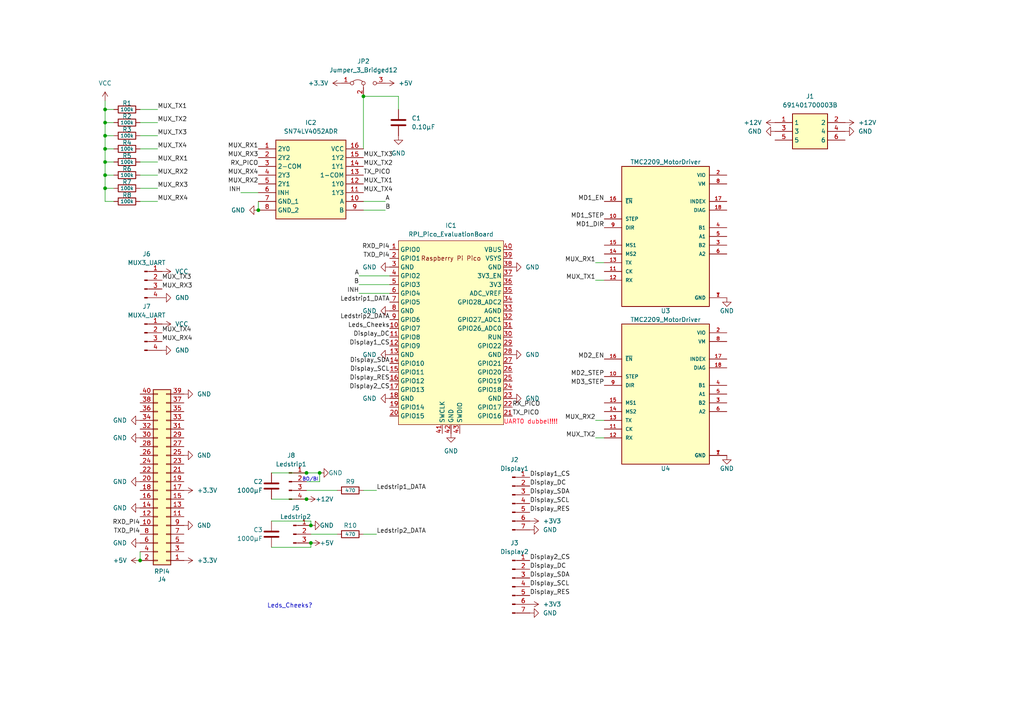
<source format=kicad_sch>
(kicad_sch (version 20230121) (generator eeschema)
  (paper "A4")
  (lib_symbols
    (symbol "Connector:Conn_01x03_Pin" (pin_names (offset 1.016) hide)
      (property "Reference" "J" (at 0 5.08 0))
      (property "Value" "Conn_01x03_Pin" (at 0 -5.08 0))
      (symbol "Conn_01x03_Pin_1_1"
        (polyline (pts (xy 1.27 -2.54) (xy 0.8636 -2.54)) (stroke (width 0.1524)))
        (polyline (pts (xy 1.27 0) (xy 0.8636 0)) (stroke (width 0.1524)))
        (polyline (pts (xy 1.27 2.54) (xy 0.8636 2.54)) (stroke (width 0.1524)))
        (rectangle (start 0.8636 -2.413) (end 0 -2.667) (stroke (width 0.1524)) (fill (type outline)))
        (rectangle (start 0.8636 0.127) (end 0 -0.127) (stroke (width 0.1524)) (fill (type outline)))
        (rectangle (start 0.8636 2.667) (end 0 2.413) (stroke (width 0.1524)) (fill (type outline)))
        (pin passive line (at 5.08 2.54 180) (length 3.81) (name "Pin_1") (number "1"))
        (pin passive line (at 5.08 0 180) (length 3.81) (name "Pin_2") (number "2"))
        (pin passive line (at 5.08 -2.54 180) (length 3.81) (name "Pin_3") (number "3"))
      )
    )
    (symbol "Connector:Conn_01x04_Pin" (pin_names (offset 1.016) hide)
      (property "Reference" "J" (at 0 5.08 0))
      (property "Value" "Conn_01x04_Pin" (at 0 -7.62 0))
      (symbol "Conn_01x04_Pin_1_1"
        (polyline (pts (xy 1.27 -5.08) (xy 0.8636 -5.08)) (stroke (width 0.1524)))
        (polyline (pts (xy 1.27 -2.54) (xy 0.8636 -2.54)) (stroke (width 0.1524)))
        (polyline (pts (xy 1.27 0) (xy 0.8636 0)) (stroke (width 0.1524)))
        (polyline (pts (xy 1.27 2.54) (xy 0.8636 2.54)) (stroke (width 0.1524)))
        (rectangle (start 0.8636 -4.953) (end 0 -5.207) (stroke (width 0.1524)) (fill (type outline)))
        (rectangle (start 0.8636 -2.413) (end 0 -2.667) (stroke (width 0.1524)) (fill (type outline)))
        (rectangle (start 0.8636 0.127) (end 0 -0.127) (stroke (width 0.1524)) (fill (type outline)))
        (rectangle (start 0.8636 2.667) (end 0 2.413) (stroke (width 0.1524)) (fill (type outline)))
        (pin passive line (at 5.08 2.54 180) (length 3.81) (name "Pin_1") (number "1"))
        (pin passive line (at 5.08 0 180) (length 3.81) (name "Pin_2") (number "2"))
        (pin passive line (at 5.08 -2.54 180) (length 3.81) (name "Pin_3") (number "3"))
        (pin passive line (at 5.08 -5.08 180) (length 3.81) (name "Pin_4") (number "4"))
      )
    )
    (symbol "Connector:Conn_01x07_Pin" (pin_names (offset 1.016) hide)
      (property "Reference" "J" (at 0 10.16 0))
      (property "Value" "Conn_01x07_Pin" (at 0 -10.16 0))
      (symbol "Conn_01x07_Pin_1_1"
        (polyline (pts (xy 1.27 -7.62) (xy 0.8636 -7.62)) (stroke (width 0.1524)))
        (polyline (pts (xy 1.27 -5.08) (xy 0.8636 -5.08)) (stroke (width 0.1524)))
        (polyline (pts (xy 1.27 -2.54) (xy 0.8636 -2.54)) (stroke (width 0.1524)))
        (polyline (pts (xy 1.27 0) (xy 0.8636 0)) (stroke (width 0.1524)))
        (polyline (pts (xy 1.27 2.54) (xy 0.8636 2.54)) (stroke (width 0.1524)))
        (polyline (pts (xy 1.27 5.08) (xy 0.8636 5.08)) (stroke (width 0.1524)))
        (polyline (pts (xy 1.27 7.62) (xy 0.8636 7.62)) (stroke (width 0.1524)))
        (rectangle (start 0.8636 -7.493) (end 0 -7.747) (stroke (width 0.1524)) (fill (type outline)))
        (rectangle (start 0.8636 -4.953) (end 0 -5.207) (stroke (width 0.1524)) (fill (type outline)))
        (rectangle (start 0.8636 -2.413) (end 0 -2.667) (stroke (width 0.1524)) (fill (type outline)))
        (rectangle (start 0.8636 0.127) (end 0 -0.127) (stroke (width 0.1524)) (fill (type outline)))
        (rectangle (start 0.8636 2.667) (end 0 2.413) (stroke (width 0.1524)) (fill (type outline)))
        (rectangle (start 0.8636 5.207) (end 0 4.953) (stroke (width 0.1524)) (fill (type outline)))
        (rectangle (start 0.8636 7.747) (end 0 7.493) (stroke (width 0.1524)) (fill (type outline)))
        (pin passive line (at 5.08 7.62 180) (length 3.81) (name "Pin_1") (number "1"))
        (pin passive line (at 5.08 5.08 180) (length 3.81) (name "Pin_2") (number "2"))
        (pin passive line (at 5.08 2.54 180) (length 3.81) (name "Pin_3") (number "3"))
        (pin passive line (at 5.08 0 180) (length 3.81) (name "Pin_4") (number "4"))
        (pin passive line (at 5.08 -2.54 180) (length 3.81) (name "Pin_5") (number "5"))
        (pin passive line (at 5.08 -5.08 180) (length 3.81) (name "Pin_6") (number "6"))
        (pin passive line (at 5.08 -7.62 180) (length 3.81) (name "Pin_7") (number "7"))
      )
    )
    (symbol "Connector_Generic:Conn_02x20_Odd_Even" (pin_names (offset 1.016) hide)
      (property "Reference" "J" (at 1.27 25.4 0))
      (property "Value" "Conn_02x20_Odd_Even" (at 1.27 -27.94 0))
      (symbol "Conn_02x20_Odd_Even_1_1"
        (rectangle (start -1.27 -25.273) (end 0 -25.527) (stroke (width 0.1524)))
        (rectangle (start -1.27 -22.733) (end 0 -22.987) (stroke (width 0.1524)))
        (rectangle (start -1.27 -20.193) (end 0 -20.447) (stroke (width 0.1524)))
        (rectangle (start -1.27 -17.653) (end 0 -17.907) (stroke (width 0.1524)))
        (rectangle (start -1.27 -15.113) (end 0 -15.367) (stroke (width 0.1524)))
        (rectangle (start -1.27 -12.573) (end 0 -12.827) (stroke (width 0.1524)))
        (rectangle (start -1.27 -10.033) (end 0 -10.287) (stroke (width 0.1524)))
        (rectangle (start -1.27 -7.493) (end 0 -7.747) (stroke (width 0.1524)))
        (rectangle (start -1.27 -4.953) (end 0 -5.207) (stroke (width 0.1524)))
        (rectangle (start -1.27 -2.413) (end 0 -2.667) (stroke (width 0.1524)))
        (rectangle (start -1.27 0.127) (end 0 -0.127) (stroke (width 0.1524)))
        (rectangle (start -1.27 2.667) (end 0 2.413) (stroke (width 0.1524)))
        (rectangle (start -1.27 5.207) (end 0 4.953) (stroke (width 0.1524)))
        (rectangle (start -1.27 7.747) (end 0 7.493) (stroke (width 0.1524)))
        (rectangle (start -1.27 10.287) (end 0 10.033) (stroke (width 0.1524)))
        (rectangle (start -1.27 12.827) (end 0 12.573) (stroke (width 0.1524)))
        (rectangle (start -1.27 15.367) (end 0 15.113) (stroke (width 0.1524)))
        (rectangle (start -1.27 17.907) (end 0 17.653) (stroke (width 0.1524)))
        (rectangle (start -1.27 20.447) (end 0 20.193) (stroke (width 0.1524)))
        (rectangle (start -1.27 22.987) (end 0 22.733) (stroke (width 0.1524)))
        (rectangle (start -1.27 24.13) (end 3.81 -26.67) (stroke (width 0.254)) (fill (type background)))
        (rectangle (start 3.81 -25.273) (end 2.54 -25.527) (stroke (width 0.1524)))
        (rectangle (start 3.81 -22.733) (end 2.54 -22.987) (stroke (width 0.1524)))
        (rectangle (start 3.81 -20.193) (end 2.54 -20.447) (stroke (width 0.1524)))
        (rectangle (start 3.81 -17.653) (end 2.54 -17.907) (stroke (width 0.1524)))
        (rectangle (start 3.81 -15.113) (end 2.54 -15.367) (stroke (width 0.1524)))
        (rectangle (start 3.81 -12.573) (end 2.54 -12.827) (stroke (width 0.1524)))
        (rectangle (start 3.81 -10.033) (end 2.54 -10.287) (stroke (width 0.1524)))
        (rectangle (start 3.81 -7.493) (end 2.54 -7.747) (stroke (width 0.1524)))
        (rectangle (start 3.81 -4.953) (end 2.54 -5.207) (stroke (width 0.1524)))
        (rectangle (start 3.81 -2.413) (end 2.54 -2.667) (stroke (width 0.1524)))
        (rectangle (start 3.81 0.127) (end 2.54 -0.127) (stroke (width 0.1524)))
        (rectangle (start 3.81 2.667) (end 2.54 2.413) (stroke (width 0.1524)))
        (rectangle (start 3.81 5.207) (end 2.54 4.953) (stroke (width 0.1524)))
        (rectangle (start 3.81 7.747) (end 2.54 7.493) (stroke (width 0.1524)))
        (rectangle (start 3.81 10.287) (end 2.54 10.033) (stroke (width 0.1524)))
        (rectangle (start 3.81 12.827) (end 2.54 12.573) (stroke (width 0.1524)))
        (rectangle (start 3.81 15.367) (end 2.54 15.113) (stroke (width 0.1524)))
        (rectangle (start 3.81 17.907) (end 2.54 17.653) (stroke (width 0.1524)))
        (rectangle (start 3.81 20.447) (end 2.54 20.193) (stroke (width 0.1524)))
        (rectangle (start 3.81 22.987) (end 2.54 22.733) (stroke (width 0.1524)))
        (pin passive line (at -5.08 22.86 0) (length 3.81) (name "Pin_1") (number "1"))
        (pin passive line (at 7.62 12.7 180) (length 3.81) (name "Pin_10") (number "10"))
        (pin passive line (at -5.08 10.16 0) (length 3.81) (name "Pin_11") (number "11"))
        (pin passive line (at 7.62 10.16 180) (length 3.81) (name "Pin_12") (number "12"))
        (pin passive line (at -5.08 7.62 0) (length 3.81) (name "Pin_13") (number "13"))
        (pin passive line (at 7.62 7.62 180) (length 3.81) (name "Pin_14") (number "14"))
        (pin passive line (at -5.08 5.08 0) (length 3.81) (name "Pin_15") (number "15"))
        (pin passive line (at 7.62 5.08 180) (length 3.81) (name "Pin_16") (number "16"))
        (pin passive line (at -5.08 2.54 0) (length 3.81) (name "Pin_17") (number "17"))
        (pin passive line (at 7.62 2.54 180) (length 3.81) (name "Pin_18") (number "18"))
        (pin passive line (at -5.08 0 0) (length 3.81) (name "Pin_19") (number "19"))
        (pin passive line (at 7.62 22.86 180) (length 3.81) (name "Pin_2") (number "2"))
        (pin passive line (at 7.62 0 180) (length 3.81) (name "Pin_20") (number "20"))
        (pin passive line (at -5.08 -2.54 0) (length 3.81) (name "Pin_21") (number "21"))
        (pin passive line (at 7.62 -2.54 180) (length 3.81) (name "Pin_22") (number "22"))
        (pin passive line (at -5.08 -5.08 0) (length 3.81) (name "Pin_23") (number "23"))
        (pin passive line (at 7.62 -5.08 180) (length 3.81) (name "Pin_24") (number "24"))
        (pin passive line (at -5.08 -7.62 0) (length 3.81) (name "Pin_25") (number "25"))
        (pin passive line (at 7.62 -7.62 180) (length 3.81) (name "Pin_26") (number "26"))
        (pin passive line (at -5.08 -10.16 0) (length 3.81) (name "Pin_27") (number "27"))
        (pin passive line (at 7.62 -10.16 180) (length 3.81) (name "Pin_28") (number "28"))
        (pin passive line (at -5.08 -12.7 0) (length 3.81) (name "Pin_29") (number "29"))
        (pin passive line (at -5.08 20.32 0) (length 3.81) (name "Pin_3") (number "3"))
        (pin passive line (at 7.62 -12.7 180) (length 3.81) (name "Pin_30") (number "30"))
        (pin passive line (at -5.08 -15.24 0) (length 3.81) (name "Pin_31") (number "31"))
        (pin passive line (at 7.62 -15.24 180) (length 3.81) (name "Pin_32") (number "32"))
        (pin passive line (at -5.08 -17.78 0) (length 3.81) (name "Pin_33") (number "33"))
        (pin passive line (at 7.62 -17.78 180) (length 3.81) (name "Pin_34") (number "34"))
        (pin passive line (at -5.08 -20.32 0) (length 3.81) (name "Pin_35") (number "35"))
        (pin passive line (at 7.62 -20.32 180) (length 3.81) (name "Pin_36") (number "36"))
        (pin passive line (at -5.08 -22.86 0) (length 3.81) (name "Pin_37") (number "37"))
        (pin passive line (at 7.62 -22.86 180) (length 3.81) (name "Pin_38") (number "38"))
        (pin passive line (at -5.08 -25.4 0) (length 3.81) (name "Pin_39") (number "39"))
        (pin passive line (at 7.62 20.32 180) (length 3.81) (name "Pin_4") (number "4"))
        (pin passive line (at 7.62 -25.4 180) (length 3.81) (name "Pin_40") (number "40"))
        (pin passive line (at -5.08 17.78 0) (length 3.81) (name "Pin_5") (number "5"))
        (pin passive line (at 7.62 17.78 180) (length 3.81) (name "Pin_6") (number "6"))
        (pin passive line (at -5.08 15.24 0) (length 3.81) (name "Pin_7") (number "7"))
        (pin passive line (at 7.62 15.24 180) (length 3.81) (name "Pin_8") (number "8"))
        (pin passive line (at -5.08 12.7 0) (length 3.81) (name "Pin_9") (number "9"))
      )
    )
    (symbol "Device:C" (pin_numbers hide) (pin_names (offset 0.254))
      (property "Reference" "C" (at 0.635 2.54 0))
      (property "Value" "C" (at 0.635 -2.54 0))
      (symbol "C_0_1"
        (polyline (pts (xy -2.032 -0.762) (xy 2.032 -0.762)) (stroke (width 0.508)))
        (polyline (pts (xy -2.032 0.762) (xy 2.032 0.762)) (stroke (width 0.508)))
      )
      (symbol "C_1_1"
        (pin passive line (at 0 3.81 270) (length 2.794) (name "~") (number "1"))
        (pin passive line (at 0 -3.81 90) (length 2.794) (name "~") (number "2"))
      )
    )
    (symbol "Device:R" (pin_numbers hide) (pin_names (offset 0))
      (property "Reference" "R" (at 2.032 0 90))
      (property "Value" "R" (at 0 0 90))
      (symbol "R_0_1"
        (rectangle (start -1.016 -2.54) (end 1.016 2.54) (stroke (width 0.254)))
      )
      (symbol "R_1_1"
        (pin passive line (at 0 3.81 270) (length 1.27) (name "~") (number "1"))
        (pin passive line (at 0 -3.81 90) (length 1.27) (name "~") (number "2"))
      )
    )
    (symbol "Healthbot-Symbols:RPI_Pico_EvaluationBoard"
      (property "Reference" "IC" (at -13.97 27.94 0))
      (property "Value" "RPI_Pico_EvaluationBoard" (at 0 19.05 0))
      (symbol "RPI_Pico_EvaluationBoard_0_0"
        (text "Raspberry Pi Pico" (at 0 21.59 0) (effects (font (size 1.27 1.27))))
      )
      (symbol "RPI_Pico_EvaluationBoard_0_1"
        (rectangle (start -15.24 26.67) (end 15.24 -26.67) (fill (type background)))
      )
      (symbol "RPI_Pico_EvaluationBoard_1_1"
        (pin bidirectional line (at -17.78 24.13 0) (length 2.54) (name "GPIO0") (number "1"))
        (pin bidirectional line (at -17.78 1.27 0) (length 2.54) (name "GPIO7") (number "10"))
        (pin bidirectional line (at -17.78 -1.27 0) (length 2.54) (name "GPIO8") (number "11"))
        (pin bidirectional line (at -17.78 -3.81 0) (length 2.54) (name "GPIO9") (number "12"))
        (pin power_in line (at -17.78 -6.35 0) (length 2.54) (name "GND") (number "13"))
        (pin bidirectional line (at -17.78 -8.89 0) (length 2.54) (name "GPIO10") (number "14"))
        (pin bidirectional line (at -17.78 -11.43 0) (length 2.54) (name "GPIO11") (number "15"))
        (pin bidirectional line (at -17.78 -13.97 0) (length 2.54) (name "GPIO12") (number "16"))
        (pin bidirectional line (at -17.78 -16.51 0) (length 2.54) (name "GPIO13") (number "17"))
        (pin power_in line (at -17.78 -19.05 0) (length 2.54) (name "GND") (number "18"))
        (pin bidirectional line (at -17.78 -21.59 0) (length 2.54) (name "GPIO14") (number "19"))
        (pin bidirectional line (at -17.78 21.59 0) (length 2.54) (name "GPIO1") (number "2"))
        (pin bidirectional line (at -17.78 -24.13 0) (length 2.54) (name "GPIO15") (number "20"))
        (pin bidirectional line (at 17.78 -24.13 180) (length 2.54) (name "GPIO16") (number "21"))
        (pin bidirectional line (at 17.78 -21.59 180) (length 2.54) (name "GPIO17") (number "22"))
        (pin power_in line (at 17.78 -19.05 180) (length 2.54) (name "GND") (number "23"))
        (pin bidirectional line (at 17.78 -16.51 180) (length 2.54) (name "GPIO18") (number "24"))
        (pin bidirectional line (at 17.78 -13.97 180) (length 2.54) (name "GPIO19") (number "25"))
        (pin bidirectional line (at 17.78 -11.43 180) (length 2.54) (name "GPIO20") (number "26"))
        (pin bidirectional line (at 17.78 -8.89 180) (length 2.54) (name "GPIO21") (number "27"))
        (pin power_in line (at 17.78 -6.35 180) (length 2.54) (name "GND") (number "28"))
        (pin bidirectional line (at 17.78 -3.81 180) (length 2.54) (name "GPIO22") (number "29"))
        (pin power_in line (at -17.78 19.05 0) (length 2.54) (name "GND") (number "3"))
        (pin input line (at 17.78 -1.27 180) (length 2.54) (name "RUN") (number "30"))
        (pin bidirectional line (at 17.78 1.27 180) (length 2.54) (name "GPIO26_ADC0") (number "31"))
        (pin bidirectional line (at 17.78 3.81 180) (length 2.54) (name "GPIO27_ADC1") (number "32"))
        (pin power_in line (at 17.78 6.35 180) (length 2.54) (name "AGND") (number "33"))
        (pin bidirectional line (at 17.78 8.89 180) (length 2.54) (name "GPIO28_ADC2") (number "34"))
        (pin power_in line (at 17.78 11.43 180) (length 2.54) (name "ADC_VREF") (number "35"))
        (pin power_in line (at 17.78 13.97 180) (length 2.54) (name "3V3") (number "36"))
        (pin input line (at 17.78 16.51 180) (length 2.54) (name "3V3_EN") (number "37"))
        (pin bidirectional line (at 17.78 19.05 180) (length 2.54) (name "GND") (number "38"))
        (pin power_in line (at 17.78 21.59 180) (length 2.54) (name "VSYS") (number "39"))
        (pin bidirectional line (at -17.78 16.51 0) (length 2.54) (name "GPIO2") (number "4"))
        (pin power_in line (at 17.78 24.13 180) (length 2.54) (name "VBUS") (number "40"))
        (pin input line (at -2.54 -29.21 90) (length 2.54) (name "SWCLK") (number "41"))
        (pin power_in line (at 0 -29.21 90) (length 2.54) (name "GND") (number "42"))
        (pin bidirectional line (at 2.54 -29.21 90) (length 2.54) (name "SWDIO") (number "43"))
        (pin bidirectional line (at -17.78 13.97 0) (length 2.54) (name "GPIO3") (number "5"))
        (pin bidirectional line (at -17.78 11.43 0) (length 2.54) (name "GPIO4") (number "6"))
        (pin bidirectional line (at -17.78 8.89 0) (length 2.54) (name "GPIO5") (number "7"))
        (pin power_in line (at -17.78 6.35 0) (length 2.54) (name "GND") (number "8"))
        (pin bidirectional line (at -17.78 3.81 0) (length 2.54) (name "GPIO6") (number "9"))
      )
    )
    (symbol "Healthbot-Symbols:SN74LV4052ADR"
      (property "Reference" "IC" (at 26.67 7.62 0))
      (property "Value" "SN74LV4052ADR" (at 26.67 5.08 0))
      (symbol "SN74LV4052ADR_1_1"
        (rectangle (start 5.08 2.54) (end 25.4 -20.32) (stroke (width 0.254)) (fill (type background)))
        (pin passive line (at 0 0 0) (length 5.08) (name "2Y0") (number "1"))
        (pin passive line (at 30.48 -15.24 180) (length 5.08) (name "A") (number "10"))
        (pin passive line (at 30.48 -12.7 180) (length 5.08) (name "1Y3") (number "11"))
        (pin passive line (at 30.48 -10.16 180) (length 5.08) (name "1Y0") (number "12"))
        (pin passive line (at 30.48 -7.62 180) (length 5.08) (name "1-COM") (number "13"))
        (pin passive line (at 30.48 -5.08 180) (length 5.08) (name "1Y1") (number "14"))
        (pin passive line (at 30.48 -2.54 180) (length 5.08) (name "1Y2") (number "15"))
        (pin passive line (at 30.48 0 180) (length 5.08) (name "VCC") (number "16"))
        (pin passive line (at 0 -2.54 0) (length 5.08) (name "2Y2") (number "2"))
        (pin passive line (at 0 -5.08 0) (length 5.08) (name "2-COM") (number "3"))
        (pin passive line (at 0 -7.62 0) (length 5.08) (name "2Y3") (number "4"))
        (pin passive line (at 0 -10.16 0) (length 5.08) (name "2Y1") (number "5"))
        (pin passive line (at 0 -12.7 0) (length 5.08) (name "INH") (number "6"))
        (pin passive line (at 0 -15.24 0) (length 5.08) (name "GND_1") (number "7"))
        (pin passive line (at 0 -17.78 0) (length 5.08) (name "GND_2") (number "8"))
        (pin passive line (at 30.48 -17.78 180) (length 5.08) (name "B") (number "9"))
      )
    )
    (symbol "Healthbot-Symbols:Terminal_Block3"
      (property "Reference" "J" (at 16.51 7.62 0))
      (property "Value" "691401700003B" (at 16.51 5.08 0))
      (symbol "Terminal_Block3_1_1"
        (rectangle (start 5.08 2.54) (end 15.24 -7.62) (stroke (width 0.254)) (fill (type background)))
        (pin passive line (at 0 0 0) (length 5.08) (name "1") (number "1"))
        (pin passive line (at 20.32 0 180) (length 5.08) (name "2") (number "2"))
        (pin passive line (at 0 -2.54 0) (length 5.08) (name "3") (number "3"))
        (pin passive line (at 20.32 -2.54 180) (length 5.08) (name "4") (number "4"))
        (pin passive line (at 0 -5.08 0) (length 5.08) (name "5") (number "5"))
        (pin passive line (at 20.32 -5.08 180) (length 5.08) (name "6") (number "6"))
      )
    )
    (symbol "Jumper:Jumper_3_Bridged12" (pin_names (offset 0) hide)
      (property "Reference" "JP" (at -2.54 -2.54 0))
      (property "Value" "Jumper_3_Bridged12" (at 0 2.794 0))
      (symbol "Jumper_3_Bridged12_0_0"
        (circle (center -3.302 0) (radius 0.508))
        (circle (center 0 0) (radius 0.508))
        (circle (center 3.302 0) (radius 0.508))
      )
      (symbol "Jumper_3_Bridged12_0_1"
        (arc (start -0.254 0.508) (mid -1.651 0.9912) (end -3.048 0.508))
        (polyline (pts (xy 0 -1.27) (xy 0 -0.508)))
      )
      (symbol "Jumper_3_Bridged12_1_1"
        (pin passive line (at -6.35 0 0) (length 2.54) (name "A") (number "1"))
        (pin passive line (at 0 -3.81 90) (length 2.54) (name "C") (number "2"))
        (pin passive line (at 6.35 0 180) (length 2.54) (name "B") (number "3"))
      )
    )
    (symbol "power:+12V" (power) (pin_names (offset 0))
      (property "Value" "+12V" (at 0 3.556 0))
      (symbol "+12V_0_1"
        (polyline (pts (xy -0.762 1.27) (xy 0 2.54)))
        (polyline (pts (xy 0 0) (xy 0 2.54)))
        (polyline (pts (xy 0 2.54) (xy 0.762 1.27)))
      )
      (symbol "+12V_1_1"
        (pin power_in line (at 0 0 90) (length 0) hide (name "+12V") (number "1"))
      )
    )
    (symbol "power:+3.3V" (power) (pin_names (offset 0))
      (property "Value" "+3.3V" (at 0 3.556 0))
      (symbol "+3.3V_0_1"
        (polyline (pts (xy -0.762 1.27) (xy 0 2.54)))
        (polyline (pts (xy 0 0) (xy 0 2.54)))
        (polyline (pts (xy 0 2.54) (xy 0.762 1.27)))
      )
      (symbol "+3.3V_1_1"
        (pin power_in line (at 0 0 90) (length 0) hide (name "+3.3V") (number "1"))
      )
    )
    (symbol "power:+3V3" (power) (pin_names (offset 0))
      (property "Value" "+3V3" (at 0 3.556 0))
      (symbol "+3V3_0_1"
        (polyline (pts (xy -0.762 1.27) (xy 0 2.54)))
        (polyline (pts (xy 0 0) (xy 0 2.54)))
        (polyline (pts (xy 0 2.54) (xy 0.762 1.27)))
      )
      (symbol "+3V3_1_1"
        (pin power_in line (at 0 0 90) (length 0) hide (name "+3V3") (number "1"))
      )
    )
    (symbol "power:+5V" (power) (pin_names (offset 0))
      (property "Value" "+5V" (at 0 3.556 0))
      (symbol "+5V_0_1"
        (polyline (pts (xy -0.762 1.27) (xy 0 2.54)))
        (polyline (pts (xy 0 0) (xy 0 2.54)))
        (polyline (pts (xy 0 2.54) (xy 0.762 1.27)))
      )
      (symbol "+5V_1_1"
        (pin power_in line (at 0 0 90) (length 0) hide (name "+5V") (number "1"))
      )
    )
    (symbol "power:GND" (power) (pin_names (offset 0))
      (property "Value" "GND" (at 0 -3.81 0))
      (symbol "GND_0_1"
        (polyline (pts (xy 0 0) (xy 0 -1.27) (xy 1.27 -1.27) (xy 0 -2.54) (xy -1.27 -1.27) (xy 0 -1.27)))
      )
      (symbol "GND_1_1"
        (pin power_in line (at 0 0 270) (length 0) hide (name "GND") (number "1"))
      )
    )
    (symbol "power:VCC" (power) (pin_names (offset 0))
      (property "Value" "VCC" (at 0 3.81 0))
      (symbol "VCC_0_1"
        (polyline (pts (xy -0.762 1.27) (xy 0 2.54)))
        (polyline (pts (xy 0 0) (xy 0 2.54)))
        (polyline (pts (xy 0 2.54) (xy 0.762 1.27)))
      )
      (symbol "VCC_1_1"
        (pin power_in line (at 0 0 90) (length 0) hide (name "VCC") (number "1"))
      )
    )
    (symbol "projectLib:TMC2209_MotorDriver" (pin_names (offset 1.016))
      (property "Reference" "U" (at -12.7 22.86 0))
      (property "Value" "TMC2209_MotorDriver" (at -12.7 -22.86 0))
      (symbol "TMC2209_MotorDriver_0_0"
        (rectangle (start -12.7 20.32) (end 12.7 -20.32) (stroke (width 0.254)) (fill (type background)))
        (pin power_in line (at 17.78 -17.78 180) (length 5.08) (name "GND") (number "1"))
        (pin input line (at -17.78 5.08 0) (length 5.08) (name "STEP") (number "10"))
        (pin bidirectional line (at -17.78 -10.16 0) (length 5.08) (name "CK") (number "11"))
        (pin bidirectional line (at -17.78 -12.7 0) (length 5.08) (name "RX") (number "12"))
        (pin input line (at -17.78 -7.62 0) (length 5.08) (name "TX") (number "13"))
        (pin input line (at -17.78 -5.08 0) (length 5.08) (name "MS2") (number "14"))
        (pin input line (at -17.78 -2.54 0) (length 5.08) (name "MS1") (number "15"))
        (pin input line (at -17.78 10.16 0) (length 5.08) (name "~{EN}") (number "16"))
        (pin output line (at 17.78 10.16 180) (length 5.08) (name "INDEX") (number "17"))
        (pin output line (at 17.78 7.62 180) (length 5.08) (name "DIAG") (number "18"))
        (pin power_in line (at 17.78 17.78 180) (length 5.08) (name "VIO") (number "2"))
        (pin output line (at 17.78 -2.54 180) (length 5.08) (name "B2") (number "3"))
        (pin output line (at 17.78 2.54 180) (length 5.08) (name "B1") (number "4"))
        (pin output line (at 17.78 0 180) (length 5.08) (name "A1") (number "5"))
        (pin output line (at 17.78 -5.08 180) (length 5.08) (name "A2") (number "6"))
        (pin power_in line (at 17.78 -17.78 180) (length 5.08) (name "GND") (number "7"))
        (pin power_in line (at 17.78 15.24 180) (length 5.08) (name "VM") (number "8"))
        (pin input line (at -17.78 2.54 0) (length 5.08) (name "DIR") (number "9"))
      )
    )
  )
  (junction (at 92.71 137.16))
  (junction (at 90.17 157.48))
  (junction (at 30.48 46.99))
  (junction (at 74.93 60.96))
  (junction (at 30.48 43.18))
  (junction (at 88.9 137.16))
  (junction (at 30.48 54.61))
  (junction (at 105.41 27.94))
  (junction (at 30.48 39.37))
  (junction (at 30.48 50.8))
  (junction (at 90.17 152.4))
  (junction (at 40.64 162.56))
  (junction (at 30.48 31.75))
  (junction (at 30.48 35.56))
  (junction (at 88.9 144.78))
  (wire (pts (xy 30.48 43.18) (xy 30.48 46.99)))
  (wire (pts (xy 69.85 55.88) (xy 74.93 55.88)))
  (wire (pts (xy 78.74 144.78) (xy 88.9 144.78)))
  (wire (pts (xy 45.72 58.42) (xy 40.64 58.42)))
  (wire (pts (xy 90.17 158.75) (xy 90.17 157.48)))
  (wire (pts (xy 45.72 43.18) (xy 40.64 43.18)))
  (wire (pts (xy 105.41 27.94) (xy 115.57 27.94)))
  (wire (pts (xy 45.72 35.56) (xy 40.64 35.56)))
  (wire (pts (xy 88.9 137.16) (xy 92.71 137.16)))
  (wire (pts (xy 111.76 60.96) (xy 105.41 60.96)))
  (wire (pts (xy 172.72 81.28) (xy 175.26 81.28)))
  (wire (pts (xy 115.57 27.94) (xy 115.57 31.75)))
  (wire (pts (xy 30.48 54.61) (xy 30.48 58.42)))
  (wire (pts (xy 45.72 31.75) (xy 40.64 31.75)))
  (wire (pts (xy 30.48 46.99) (xy 30.48 50.8)))
  (wire (pts (xy 92.71 139.7) (xy 88.9 139.7)))
  (wire (pts (xy 90.17 154.94) (xy 97.79 154.94)))
  (wire (pts (xy 33.02 43.18) (xy 30.48 43.18)))
  (wire (pts (xy 45.72 39.37) (xy 40.64 39.37)))
  (wire (pts (xy 172.72 121.92) (xy 175.26 121.92)))
  (wire (pts (xy 45.72 54.61) (xy 40.64 54.61)))
  (wire (pts (xy 33.02 35.56) (xy 30.48 35.56)))
  (wire (pts (xy 30.48 35.56) (xy 30.48 39.37)))
  (wire (pts (xy 105.41 154.94) (xy 109.22 154.94)))
  (wire (pts (xy 105.41 142.24) (xy 109.22 142.24)))
  (wire (pts (xy 104.14 82.55) (xy 113.03 82.55)))
  (wire (pts (xy 30.48 31.75) (xy 30.48 35.56)))
  (wire (pts (xy 90.17 151.13) (xy 90.17 152.4)))
  (wire (pts (xy 78.74 137.16) (xy 88.9 137.16)))
  (wire (pts (xy 172.72 76.2) (xy 175.26 76.2)))
  (wire (pts (xy 74.93 58.42) (xy 74.93 60.96)))
  (wire (pts (xy 92.71 139.7) (xy 92.71 137.16)))
  (wire (pts (xy 104.14 80.01) (xy 113.03 80.01)))
  (wire (pts (xy 104.14 85.09) (xy 113.03 85.09)))
  (wire (pts (xy 40.64 162.56) (xy 40.64 160.02)))
  (wire (pts (xy 30.48 29.21) (xy 30.48 31.75)))
  (wire (pts (xy 33.02 46.99) (xy 30.48 46.99)))
  (wire (pts (xy 33.02 54.61) (xy 30.48 54.61)))
  (wire (pts (xy 78.74 158.75) (xy 90.17 158.75)))
  (wire (pts (xy 45.72 46.99) (xy 40.64 46.99)))
  (wire (pts (xy 88.9 142.24) (xy 97.79 142.24)))
  (wire (pts (xy 105.41 27.94) (xy 105.41 43.18)))
  (wire (pts (xy 33.02 39.37) (xy 30.48 39.37)))
  (wire (pts (xy 33.02 50.8) (xy 30.48 50.8)))
  (wire (pts (xy 78.74 151.13) (xy 90.17 151.13)))
  (wire (pts (xy 30.48 50.8) (xy 30.48 54.61)))
  (wire (pts (xy 33.02 31.75) (xy 30.48 31.75)))
  (wire (pts (xy 172.72 127) (xy 175.26 127)))
  (wire (pts (xy 45.72 50.8) (xy 40.64 50.8)))
  (wire (pts (xy 111.76 58.42) (xy 105.41 58.42)))
  (wire (pts (xy 30.48 39.37) (xy 30.48 43.18)))
  (wire (pts (xy 33.02 58.42) (xy 30.48 58.42)))
  (text "UART0 dubbel!!!!" (at 146.05 123.19 0) (effects (font (size 1.27 1.27)) (justify left bottom)))
  (text "BO/BI" (at 87.63 139.7 0) (effects (font (size 1 1)) (justify left bottom)))
  (text "Leds_Cheeks?" (at 77.47 176.53 0) (effects (font (size 1.27 1.27)) (justify left bottom)))
  (label "MUX_TX4" (at 45.72 43.18 0))
  (label "Display_DC" (at 153.67 165.1 0))
  (label "Ledstrip1_DATA" (at 109.22 142.24 0))
  (label "MUX_TX1" (at 105.41 53.34 0))
  (label "MD1_STEP" (at 175.26 63.5 180))
  (label "Display_SDA" (at 113.03 105.41 180))
  (label "Display_SDA" (at 153.67 143.51 0))
  (label "Display1_CS" (at 113.03 100.33 180))
  (label "MD2_STEP" (at 175.26 109.22 180))
  (label "MUX_TX1" (at 45.72 31.75 0))
  (label "Display_DC" (at 113.03 97.79 180))
  (label "TX_PICO" (at 105.41 50.8 0))
  (label "TX_PICO" (at 148.59 120.65 0))
  (label "TXD_PI4" (at 113.03 74.93 180))
  (label "MD1_DIR" (at 175.26 66.04 180))
  (label "RX_PICO" (at 148.59 118.11 0))
  (label "Ledstrip2_DATA" (at 113.03 92.71 180))
  (label "MUX_TX2" (at 105.41 48.26 0))
  (label "MUX_RX3" (at 46.99 83.82 0))
  (label "MUX_TX4" (at 105.41 55.88 0))
  (label "MD3_STEP" (at 175.26 111.76 180))
  (label "Display_SCL" (at 113.03 107.95 180))
  (label "MUX_RX2" (at 172.72 121.92 180))
  (label "MUX_TX2" (at 172.72 127 180))
  (label "Ledstrip2_DATA" (at 109.22 154.94 0))
  (label "MD2_EN" (at 175.26 104.14 180))
  (label "MUX_RX4" (at 46.99 99.06 0))
  (label "MUX_RX3" (at 45.72 54.61 0))
  (label "A" (at 104.14 80.01 180))
  (label "MUX_TX3" (at 105.41 45.72 0))
  (label "Leds_Cheeks" (at 113.03 95.25 180))
  (label "INH" (at 69.85 55.88 180))
  (label "Display_RES" (at 113.03 110.49 180))
  (label "Display_SCL" (at 153.67 170.18 0))
  (label "Display2_CS" (at 113.03 113.03 180))
  (label "INH" (at 104.14 85.09 180))
  (label "Display1_CS" (at 153.67 138.43 0))
  (label "MUX_RX3" (at 74.93 45.72 180))
  (label "B" (at 111.76 60.96 0))
  (label "MUX_RX1" (at 172.72 76.2 180))
  (label "MUX_TX3" (at 45.72 39.37 0))
  (label "MUX_TX3" (at 46.99 81.28 0))
  (label "TXD_PI4" (at 40.64 154.94 180))
  (label "RX_PICO" (at 74.93 48.26 180))
  (label "MUX_RX1" (at 45.72 46.99 0))
  (label "Display2_CS" (at 153.67 162.56 0))
  (label "MUX_RX1" (at 74.93 43.18 180))
  (label "MUX_RX4" (at 45.72 58.42 0))
  (label "RXD_PI4" (at 113.03 72.39 180))
  (label "Display_DC" (at 153.67 140.97 0))
  (label "Ledstrip1_DATA" (at 113.03 87.63 180))
  (label "Display_SDA" (at 153.67 167.64 0))
  (label "A" (at 111.76 58.42 0))
  (label "Display_RES" (at 153.67 148.59 0))
  (label "MD1_EN" (at 175.26 58.42 180))
  (label "MUX_RX2" (at 45.72 50.8 0))
  (label "MUX_RX2" (at 74.93 53.34 180))
  (label "Display_SCL" (at 153.67 146.05 0))
  (label "MUX_TX4" (at 46.99 96.52 0))
  (label "MUX_TX2" (at 45.72 35.56 0))
  (label "MUX_RX4" (at 74.93 50.8 180))
  (label "Display_RES" (at 153.67 172.72 0))
  (label "MUX_TX1" (at 172.72 81.28 180))
  (label "RXD_PI4" (at 40.64 152.4 180))
  (label "B" (at 104.14 82.55 180))
  (symbol (lib_id "power:GND") (at 40.64 121.92 270) (unit 1)
    (property "Reference" "#PWR041" (effects hide))
    (property "Value" "GND" (at 36.83 121.92 90) (effects (justify right)))
  )
  (symbol (lib_id "power:GND") (at 40.64 157.48 270) (unit 1)
    (property "Reference" "#PWR037" (effects hide))
    (property "Value" "GND" (at 36.83 157.48 90) (effects (justify right)))
  )
  (symbol (lib_id "Connector:Conn_01x07_Pin") (at 148.59 146.05 0) (unit 1)
    (property "Reference" "J2" (at 149.225 133.35 0))
    (property "Value" "Display1" (at 149.225 135.89 0))
    (property "Footprint" "Connector_JST:JST_XH_S7B-XH-A_1x07_P2.50mm_Horizontal" (effects hide))
  )
  (symbol (lib_id "Connector:Conn_01x03_Pin") (at 85.09 154.94 0) (unit 1)
    (property "Reference" "J5" (at 85.725 147.32 0))
    (property "Value" "Ledstrip2" (at 85.725 149.86 0))
    (property "Footprint" "Connector_JST:JST_XH_S3B-XH-A_1x03_P2.50mm_Horizontal" (effects hide))
  )
  (symbol (lib_id "power:+3.3V") (at 99.06 24.13 90) (unit 1)
    (property "Reference" "#PWR033" (effects hide))
    (property "Value" "+3.3V" (at 95.25 24.13 90) (effects (justify left)))
  )
  (symbol (lib_id "power:GND") (at 113.03 90.17 270) (unit 1)
    (property "Reference" "#PWR04" (effects hide))
    (property "Value" "GND" (at 109.22 90.17 90) (effects (justify right)))
  )
  (symbol (lib_id "power:GND") (at 40.64 127 270) (unit 1)
    (property "Reference" "#PWR040" (effects hide))
    (property "Value" "GND" (at 36.83 127 90) (effects (justify right)))
  )
  (symbol (lib_id "power:GND") (at 153.67 177.8 90) (unit 1)
    (property "Reference" "#PWR016" (effects hide))
    (property "Value" "GND" (at 157.48 177.8 90) (effects (justify right)))
  )
  (symbol (lib_id "Device:R") (at 36.83 54.61 90) (unit 1)
    (property "Reference" "R7" (at 36.83 52.07 90) (effects (justify bottom)))
    (property "Value" "100k" (at 36.83 54.61 90) (effects (font (size 1 1))))
    (property "Footprint" "Resistor_SMD:R_0603_1608Metric_Pad0.98x0.95mm_HandSolder" (effects hide))
  )
  (symbol (lib_id "power:GND") (at 245.11 38.1 90) (unit 1)
    (property "Reference" "#PWR019" (effects hide))
    (property "Value" "GND" (at 248.92 38.1 90) (effects (justify right)))
  )
  (symbol (lib_id "power:GND") (at 224.79 38.1 270) (unit 1)
    (property "Reference" "#PWR020" (effects hide))
    (property "Value" "GND" (at 220.98 38.1 90) (effects (justify right)))
  )
  (symbol (lib_id "Device:C") (at 78.74 140.97 0) (mirror y) (unit 1)
    (property "Reference" "C2" (at 76.2 139.7 0) (effects (justify left)))
    (property "Value" "1000μF" (at 76.2 142.24 0) (effects (justify left)))
    (property "Footprint" "Capacitor_SMD:C_0603_1608Metric_Pad1.08x0.95mm_HandSolder" (effects hide))
  )
  (symbol (lib_id "Connector:Conn_01x04_Pin") (at 41.91 96.52 0) (unit 1)
    (property "Reference" "J7" (at 42.545 88.9 0))
    (property "Value" "MUX4_UART" (at 42.545 91.44 0))
    (property "Footprint" "Connector_PinSocket_2.54mm:PinSocket_1x04_P2.54mm_Vertical" (effects hide))
  )
  (symbol (lib_id "power:+5V") (at 111.76 24.13 270) (unit 1)
    (property "Reference" "#PWR042" (effects hide))
    (property "Value" "+5V" (at 115.57 24.13 90) (effects (justify left)))
  )
  (symbol (lib_id "power:+12V") (at 88.9 144.78 270) (unit 1)
    (property "Reference" "#PWR030" (effects hide))
    (property "Value" "+12V" (at 91.44 144.78 90) (effects (justify left)))
  )
  (symbol (lib_id "power:+3.3V") (at 53.34 142.24 270) (unit 1)
    (property "Reference" "#PWR028" (effects hide))
    (property "Value" "+3.3V" (at 57.15 142.24 90) (effects (justify left)))
  )
  (symbol (lib_id "Device:R") (at 36.83 31.75 90) (unit 1)
    (property "Reference" "R1" (at 36.83 29.21 90) (effects (justify bottom)))
    (property "Value" "100k" (at 36.83 31.75 90) (effects (font (size 1 1))))
    (property "Footprint" "Resistor_SMD:R_0603_1608Metric_Pad0.98x0.95mm_HandSolder" (effects hide))
  )
  (symbol (lib_id "power:GND") (at 40.64 139.7 270) (unit 1)
    (property "Reference" "#PWR039" (effects hide))
    (property "Value" "GND" (at 36.83 139.7 90) (effects (justify right)))
  )
  (symbol (lib_id "power:GND") (at 74.93 60.96 270) (unit 1)
    (property "Reference" "#PWR011" (effects hide))
    (property "Value" "GND" (at 71.12 60.96 90) (effects (justify right)))
  )
  (symbol (lib_id "power:GND") (at 113.03 77.47 270) (unit 1)
    (property "Reference" "#PWR03" (effects hide))
    (property "Value" "GND" (at 109.22 77.47 90) (effects (justify right)))
  )
  (symbol (lib_id "power:GND") (at 210.82 86.36 0) (unit 1)
    (property "Reference" "#PWR01" (effects hide))
    (property "Value" "GND" (at 210.82 90.17 0))
  )
  (symbol (lib_id "Connector_Generic:Conn_02x20_Odd_Even") (at 48.26 139.7 180) (unit 1)
    (property "Reference" "J4" (at 46.99 168.0402 0))
    (property "Value" "RPI4" (at 46.99 165.735 0))
    (property "Footprint" "Connector_PinHeader_2.54mm:PinHeader_2x20_P2.54mm_Vertical_SMD" (effects hide))
    (property "Datasheet" "https://cdn-shop.adafruit.com/product-files/2187/CS25582-40G-M36-0A+(1).jpg" (effects hide))
    (property "Purpose" "PINheaderRPI" (effects hide))
    (property "Mouser" "485-2187" (effects hide))
  )
  (symbol (lib_id "power:+5V") (at 40.64 162.56 90) (unit 1)
    (property "Reference" "#PWR026" (effects hide))
    (property "Value" "+5V" (at 36.83 162.56 90) (effects (justify left)))
  )
  (symbol (lib_id "Connector:Conn_01x04_Pin") (at 41.91 81.28 0) (unit 1)
    (property "Reference" "J6" (at 42.545 73.66 0))
    (property "Value" "MUX3_UART" (at 42.545 76.2 0))
    (property "Footprint" "Connector_PinSocket_2.54mm:PinSocket_1x04_P2.54mm_Vertical" (effects hide))
  )
  (symbol (lib_id "power:+3V3") (at 153.67 175.26 270) (unit 1)
    (property "Reference" "#PWR013" (effects hide))
    (property "Value" "+3V3" (at 157.48 175.26 90) (effects (justify left)))
  )
  (symbol (lib_id "Connector:Conn_01x07_Pin") (at 148.59 170.18 0) (unit 1)
    (property "Reference" "J3" (at 149.225 157.48 0))
    (property "Value" "Display2" (at 149.225 160.02 0))
    (property "Footprint" "Connector_JST:JST_XH_S7B-XH-A_1x07_P2.50mm_Horizontal" (effects hide))
  )
  (symbol (lib_id "power:GND") (at 46.99 86.36 90) (unit 1)
    (property "Reference" "#PWR023" (effects hide))
    (property "Value" "GND" (at 50.8 86.36 90) (effects (justify right)))
  )
  (symbol (lib_id "power:GND") (at 53.34 114.3 90) (unit 1)
    (property "Reference" "#PWR036" (effects hide))
    (property "Value" "GND" (at 57.15 114.3 90) (effects (justify right)))
  )
  (symbol (lib_id "Device:C") (at 115.57 35.56 0) (unit 1)
    (property "Reference" "C1" (at 119.38 34.29 0) (effects (justify left)))
    (property "Value" "0.10μF" (at 119.38 36.83 0) (effects (justify left)))
    (property "Footprint" "Capacitor_SMD:C_0603_1608Metric_Pad1.08x0.95mm_HandSolder" (effects hide))
  )
  (symbol (lib_id "power:VCC") (at 46.99 93.98 270) (unit 1)
    (property "Reference" "#PWR025" (effects hide))
    (property "Value" "VCC" (at 50.8 93.98 90) (effects (justify left)))
  )
  (symbol (lib_id "power:+5V") (at 90.17 157.48 270) (unit 1)
    (property "Reference" "#PWR031" (effects hide))
    (property "Value" "+5V" (at 92.71 157.48 90) (effects (justify left)))
  )
  (symbol (lib_id "power:GND") (at 148.59 77.47 90) (unit 1)
    (property "Reference" "#PWR07" (effects hide))
    (property "Value" "GND" (at 152.4 77.47 90) (effects (justify right)))
  )
  (symbol (lib_id "power:GND") (at 153.67 153.67 90) (unit 1)
    (property "Reference" "#PWR015" (effects hide))
    (property "Value" "GND" (at 157.48 153.67 90) (effects (justify right)))
  )
  (symbol (lib_id "Jumper:Jumper_3_Bridged12") (at 105.41 24.13 0) (unit 1)
    (property "Reference" "JP2" (at 105.41 17.78 0))
    (property "Value" "Jumper_3_Bridged12" (at 105.41 20.32 0))
    (property "Footprint" "Connector_PinHeader_2.54mm:PinHeader_1x03_P2.54mm_Vertical" (effects hide))
  )
  (symbol (lib_id "power:GND") (at 210.82 132.08 0) (unit 1)
    (property "Reference" "#PWR02" (effects hide))
    (property "Value" "GND" (at 210.82 135.89 0))
  )
  (symbol (lib_id "Connector:Conn_01x04_Pin") (at 83.82 139.7 0) (unit 1)
    (property "Reference" "J8" (at 84.455 132.08 0))
    (property "Value" "Ledstrip1" (at 84.455 134.62 0))
    (property "Footprint" "Connector_JST:JST_XH_S4B-XH-A_1x04_P2.50mm_Horizontal" (effects hide))
  )
  (symbol (lib_id "projectLib:TMC2209_MotorDriver") (at 193.04 68.58 0) (unit 1)
    (property "Reference" "U3" (at 193.04 90.17 0))
    (property "Value" "TMC2209_MotorDriver" (at 193.04 46.99 0))
    (property "Footprint" "TMC2209_SILENTSTEPSTICK:MODULE_TMC2209_SILENTSTEPSTICK" (effects hide))
    (property "MF" "Trinamic Motion Control GmbH" (effects hide))
    (property "Description" "\nTMC2209 Motor Controller/Driver Power Management Evaluation Board\n" (effects hide))
    (property "Package" "None" (effects hide))
    (property "Price" "None" (effects hide))
    (property "Check_prices" "https://www.snapeda.com/parts/TMC2209%20SILENTSTEPSTICK/Trinamic+Motion+Control+GmbH/view-part/?ref=eda" (effects hide))
    (property "STANDARD" "Manufacturer Recommendations" (effects hide))
    (property "PARTREV" "1.20" (effects hide))
    (property "SnapEDA_Link" "https://www.snapeda.com/parts/TMC2209%20SILENTSTEPSTICK/Trinamic+Motion+Control+GmbH/view-part/?ref=snap" (effects hide))
    (property "MP" "TMC2209 SILENTSTEPSTICK" (effects hide))
    (property "MANUFACTURER" "Trinamic Motion Control GmbH" (effects hide))
    (property "Availability" "In Stock" (effects hide))
    (property "SNAPEDA_PN" "TMC2209 SILENTSTEPSTICK" (effects hide))
  )
  (symbol (lib_id "Device:R") (at 36.83 39.37 90) (unit 1)
    (property "Reference" "R3" (at 36.83 36.83 90) (effects (justify bottom)))
    (property "Value" "100k" (at 36.83 39.37 90) (effects (font (size 1 1))))
    (property "Footprint" "Resistor_SMD:R_0603_1608Metric_Pad0.98x0.95mm_HandSolder" (effects hide))
  )
  (symbol (lib_id "projectLib:TMC2209_MotorDriver") (at 193.04 114.3 0) (unit 1)
    (property "Reference" "U4" (at 193.04 135.89 0))
    (property "Value" "TMC2209_MotorDriver" (at 193.04 92.71 0))
    (property "Footprint" "TMC2209_SILENTSTEPSTICK:MODULE_TMC2209_SILENTSTEPSTICK" (effects hide))
    (property "Datasheet" "https://www.tinytronics.nl/nl/mechanica-en-actuatoren/motoraansturingen-en-drivers/stappen-motoraansturingen-en-drivers/tmc2209-motor-driver-module-v4.0" (effects hide))
    (property "MF" "Trinamic Motion Control GmbH" (effects hide))
    (property "Description" "\nTMC2209 Motor Controller/Driver Power Management Evaluation Board\n" (effects hide))
    (property "Package" "None" (effects hide))
    (property "Price" "None" (effects hide))
    (property "Check_prices" "https://www.snapeda.com/parts/TMC2209%20SILENTSTEPSTICK/Trinamic+Motion+Control+GmbH/view-part/?ref=eda" (effects hide))
    (property "STANDARD" "Manufacturer Recommendations" (effects hide))
    (property "PARTREV" "1.20" (effects hide))
    (property "SnapEDA_Link" "https://www.snapeda.com/parts/TMC2209%20SILENTSTEPSTICK/Trinamic+Motion+Control+GmbH/view-part/?ref=snap" (effects hide))
    (property "MP" "TMC2209 SILENTSTEPSTICK" (effects hide))
    (property "MANUFACTURER" "Trinamic Motion Control GmbH" (effects hide))
    (property "Availability" "In Stock" (effects hide))
    (property "SNAPEDA_PN" "TMC2209 SILENTSTEPSTICK" (effects hide))
  )
  (symbol (lib_id "power:GND") (at 130.81 125.73 0) (unit 1)
    (property "Reference" "#PWR012" (effects hide))
    (property "Value" "GND" (at 130.81 130.81 0))
  )
  (symbol (lib_id "power:GND") (at 148.59 115.57 90) (unit 1)
    (property "Reference" "#PWR09" (effects hide))
    (property "Value" "GND" (at 152.4 115.57 90) (effects (justify right)))
  )
  (symbol (lib_id "Device:R") (at 36.83 35.56 90) (unit 1)
    (property "Reference" "R2" (at 36.83 33.02 90) (effects (justify bottom)))
    (property "Value" "100k" (at 36.83 35.56 90) (effects (font (size 1 1))))
    (property "Footprint" "Resistor_SMD:R_0603_1608Metric_Pad0.98x0.95mm_HandSolder" (effects hide))
  )
  (symbol (lib_id "Device:R") (at 101.6 154.94 90) (unit 1)
    (property "Reference" "R10" (at 101.6 152.4 90))
    (property "Value" "470" (at 101.6 154.94 90) (effects (font (size 1 1))))
    (property "Footprint" "Resistor_SMD:R_0603_1608Metric_Pad0.98x0.95mm_HandSolder" (effects hide))
  )
  (symbol (lib_id "Healthbot-Symbols:RPI_Pico_EvaluationBoard") (at 130.81 96.52 0) (unit 1)
    (property "Reference" "IC1" (at 130.81 65.405 0))
    (property "Value" "RPI_Pico_EvaluationBoard" (at 130.81 67.945 0))
    (property "Footprint" "Healthbot-Footprints:RPi_Pico_SMD_TH" (effects hide))
    (property "Datasheet" "https://datasheets.raspberrypi.com/pico/pico-datasheet.pdf" (effects hide))
  )
  (symbol (lib_id "Device:R") (at 36.83 50.8 90) (unit 1)
    (property "Reference" "R6" (at 36.83 48.26 90) (effects (justify bottom)))
    (property "Value" "100k" (at 36.83 50.8 90) (effects (font (size 1 1))))
    (property "Footprint" "Resistor_SMD:R_0603_1608Metric_Pad0.98x0.95mm_HandSolder" (effects hide))
  )
  (symbol (lib_id "Healthbot-Symbols:Terminal_Block3") (at 224.79 35.56 0) (unit 1)
    (property "Reference" "J1" (at 234.95 27.94 0))
    (property "Value" "691401700003B" (at 234.95 30.48 0))
    (property "Footprint" "SamacSys_Parts:691401700003B" (effects hide))
    (property "Datasheet" "https://www.we-online.com/components/products/datasheet/61202021621.pdf" (effects hide))
    (property "Height" "14.5" (effects hide))
    (property "Manufacturer_Name" "Wurth Elektronik" (effects hide))
    (property "Manufacturer_Part_Number" "691401700003B" (effects hide))
  )
  (symbol (lib_id "power:VCC") (at 30.48 29.21 0) (unit 1)
    (property "Reference" "#PWR017" (effects hide))
    (property "Value" "VCC" (at 30.48 24.13 0))
  )
  (symbol (lib_id "power:GND") (at 92.71 137.16 90) (unit 1)
    (property "Reference" "#PWR029" (effects hide))
    (property "Value" "GND" (at 95.25 137.16 90) (effects (justify right)))
  )
  (symbol (lib_id "Device:R") (at 36.83 58.42 90) (unit 1)
    (property "Reference" "R8" (at 36.83 55.88 90) (effects (justify bottom)))
    (property "Value" "100k" (at 36.83 58.42 90) (effects (font (size 1 1))))
    (property "Footprint" "Resistor_SMD:R_0603_1608Metric_Pad0.98x0.95mm_HandSolder" (effects hide))
  )
  (symbol (lib_id "power:GND") (at 90.17 152.4 90) (unit 1)
    (property "Reference" "#PWR032" (effects hide))
    (property "Value" "GND" (at 92.71 152.4 90) (effects (justify right)))
  )
  (symbol (lib_id "power:GND") (at 115.57 39.37 0) (unit 1)
    (property "Reference" "#PWR010" (effects hide))
    (property "Value" "GND" (at 115.57 44.45 0))
  )
  (symbol (lib_id "Healthbot-Symbols:SN74LV4052ADR") (at 74.93 43.18 0) (unit 1)
    (property "Reference" "IC2" (at 90.17 35.56 0))
    (property "Value" "SN74LV4052ADR" (at 90.17 38.1 0))
    (property "Footprint" "SOIC127P600X175-16N" (effects hide))
    (property "Datasheet" "http://www.ti.com/lit/gpn/sn74lv4052a" (effects hide))
    (property "Height" "1.75" (effects hide))
    (property "Mouser Part Number" "595-SN74LV4052ADR" (effects hide))
    (property "Mouser Price/Stock" "https://www.mouser.co.uk/ProductDetail/Texas-Instruments/SN74LV4052ADR?qs=UG%2F8xqv%2F6We4rJ1GOMcXCQ%3D%3D" (effects hide))
    (property "Manufacturer_Name" "Texas Instruments" (effects hide))
    (property "Manufacturer_Part_Number" "SN74LV4052ADR" (effects hide))
  )
  (symbol (lib_id "power:GND") (at 113.03 115.57 270) (unit 1)
    (property "Reference" "#PWR06" (effects hide))
    (property "Value" "GND" (at 109.22 115.57 90) (effects (justify right)))
  )
  (symbol (lib_id "power:+3.3V") (at 53.34 162.56 270) (unit 1)
    (property "Reference" "#PWR027" (effects hide))
    (property "Value" "+3.3V" (at 57.15 162.56 90) (effects (justify left)))
  )
  (symbol (lib_id "power:GND") (at 113.03 102.87 270) (unit 1)
    (property "Reference" "#PWR05" (effects hide))
    (property "Value" "GND" (at 109.22 102.87 90) (effects (justify right)))
  )
  (symbol (lib_id "power:+3V3") (at 153.67 151.13 270) (unit 1)
    (property "Reference" "#PWR014" (effects hide))
    (property "Value" "+3V3" (at 157.48 151.13 90) (effects (justify left)))
  )
  (symbol (lib_id "Device:R") (at 36.83 43.18 90) (unit 1)
    (property "Reference" "R4" (at 36.83 40.64 90) (effects (justify bottom)))
    (property "Value" "100k" (at 36.83 43.18 90) (effects (font (size 1 1))))
    (property "Footprint" "Resistor_SMD:R_0603_1608Metric_Pad0.98x0.95mm_HandSolder" (effects hide))
  )
  (symbol (lib_id "power:GND") (at 46.99 101.6 90) (unit 1)
    (property "Reference" "#PWR022" (effects hide))
    (property "Value" "GND" (at 50.8 101.6 90) (effects (justify right)))
  )
  (symbol (lib_id "Device:C") (at 78.74 154.94 0) (mirror y) (unit 1)
    (property "Reference" "C3" (at 76.2 153.67 0) (effects (justify left)))
    (property "Value" "1000μF" (at 76.2 156.21 0) (effects (justify left)))
    (property "Footprint" "Capacitor_SMD:C_0603_1608Metric_Pad1.08x0.95mm_HandSolder" (effects hide))
  )
  (symbol (lib_id "Device:R") (at 101.6 142.24 90) (unit 1)
    (property "Reference" "R9" (at 101.6 139.7 90))
    (property "Value" "470" (at 101.6 142.24 90) (effects (font (size 1 1))))
    (property "Footprint" "Resistor_SMD:R_0603_1608Metric_Pad0.98x0.95mm_HandSolder" (effects hide))
  )
  (symbol (lib_id "power:+12V") (at 245.11 35.56 270) (unit 1)
    (property "Reference" "#PWR018" (effects hide))
    (property "Value" "+12V" (at 248.92 35.56 90) (effects (justify left)))
  )
  (symbol (lib_id "power:GND") (at 53.34 152.4 90) (unit 1)
    (property "Reference" "#PWR034" (effects hide))
    (property "Value" "GND" (at 57.15 152.4 90) (effects (justify right)))
  )
  (symbol (lib_id "power:GND") (at 53.34 132.08 90) (unit 1)
    (property "Reference" "#PWR035" (effects hide))
    (property "Value" "GND" (at 57.15 132.08 90) (effects (justify right)))
  )
  (symbol (lib_id "power:+12V") (at 224.79 35.56 90) (unit 1)
    (property "Reference" "#PWR021" (effects hide))
    (property "Value" "+12V" (at 220.98 35.56 90) (effects (justify left)))
  )
  (symbol (lib_id "power:VCC") (at 46.99 78.74 270) (unit 1)
    (property "Reference" "#PWR024" (effects hide))
    (property "Value" "VCC" (at 50.8 78.74 90) (effects (justify left)))
  )
  (symbol (lib_id "Device:R") (at 36.83 46.99 90) (unit 1)
    (property "Reference" "R5" (at 36.83 44.45 90) (effects (justify bottom)))
    (property "Value" "100k" (at 36.83 46.99 90) (effects (font (size 1 1))))
    (property "Footprint" "Resistor_SMD:R_0603_1608Metric_Pad0.98x0.95mm_HandSolder" (effects hide))
  )
  (symbol (lib_id "power:GND") (at 40.64 147.32 270) (unit 1)
    (property "Reference" "#PWR038" (effects hide))
    (property "Value" "GND" (at 36.83 147.32 90) (effects (justify right)))
  )
  (symbol (lib_id "power:GND") (at 148.59 102.87 90) (unit 1)
    (property "Reference" "#PWR08" (effects hide))
    (property "Value" "GND" (at 152.4 102.87 90) (effects (justify right)))
  )
)
</source>
